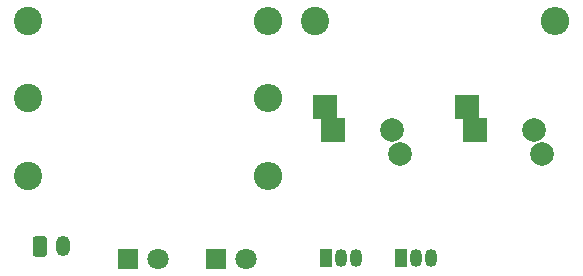
<source format=gbr>
%TF.GenerationSoftware,KiCad,Pcbnew,(5.1.9)-1*%
%TF.CreationDate,2021-04-24T19:55:53+02:00*%
%TF.ProjectId,Blink,426c696e-6b2e-46b6-9963-61645f706362,rev?*%
%TF.SameCoordinates,Original*%
%TF.FileFunction,Soldermask,Top*%
%TF.FilePolarity,Negative*%
%FSLAX46Y46*%
G04 Gerber Fmt 4.6, Leading zero omitted, Abs format (unit mm)*
G04 Created by KiCad (PCBNEW (5.1.9)-1) date 2021-04-24 19:55:53*
%MOMM*%
%LPD*%
G01*
G04 APERTURE LIST*
%ADD10R,2.000000X2.000000*%
%ADD11C,2.000000*%
%ADD12R,1.800000X1.800000*%
%ADD13C,1.800000*%
%ADD14O,1.200000X1.750000*%
%ADD15R,1.050000X1.500000*%
%ADD16O,1.050000X1.500000*%
%ADD17C,2.400000*%
%ADD18O,2.400000X2.400000*%
G04 APERTURE END LIST*
D10*
%TO.C,C1*%
X156849647Y-61585001D03*
D11*
X161849647Y-61585001D03*
D10*
X156177503Y-59585001D03*
D11*
X162521791Y-63585001D03*
%TD*%
%TO.C,C2*%
X174561791Y-63585001D03*
D10*
X168217503Y-59585001D03*
D11*
X173889647Y-61585001D03*
D10*
X168889647Y-61585001D03*
%TD*%
D12*
%TO.C,D1*%
X139465001Y-72455001D03*
D13*
X142005001Y-72455001D03*
%TD*%
%TO.C,D2*%
X149505001Y-72455001D03*
D12*
X146965001Y-72455001D03*
%TD*%
%TO.C,J1*%
G36*
G01*
X131415001Y-72030002D02*
X131415001Y-70780000D01*
G75*
G02*
X131665000Y-70530001I249999J0D01*
G01*
X132365002Y-70530001D01*
G75*
G02*
X132615001Y-70780000I0J-249999D01*
G01*
X132615001Y-72030002D01*
G75*
G02*
X132365002Y-72280001I-249999J0D01*
G01*
X131665000Y-72280001D01*
G75*
G02*
X131415001Y-72030002I0J249999D01*
G01*
G37*
D14*
X134015001Y-71405001D03*
%TD*%
D15*
%TO.C,Q1*%
X156210000Y-72390000D03*
D16*
X158750000Y-72390000D03*
X157480000Y-72390000D03*
%TD*%
%TO.C,Q2*%
X163830000Y-72390000D03*
X165100000Y-72390000D03*
D15*
X162560000Y-72390000D03*
%TD*%
D17*
%TO.C,R1*%
X131015001Y-52305001D03*
D18*
X151335001Y-52305001D03*
%TD*%
%TO.C,R2*%
X151335001Y-58855001D03*
D17*
X131015001Y-58855001D03*
%TD*%
%TO.C,R3*%
X155285001Y-52305001D03*
D18*
X175605001Y-52305001D03*
%TD*%
%TO.C,R4*%
X151335001Y-65405001D03*
D17*
X131015001Y-65405001D03*
%TD*%
M02*

</source>
